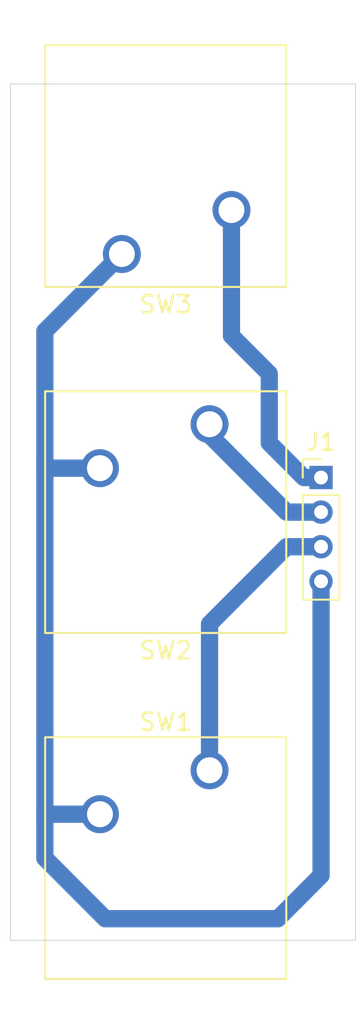
<source format=kicad_pcb>
(kicad_pcb (version 20240108) (generator "pcbnew") (generator_version "8.0")
  (layers (0 "F.Cu" signal) (31 "B.Cu" signal) (34 "B.Paste" user) (35 "F.Paste" user) (36 "B.SilkS" user "B.Silkscreen") (37 "F.SilkS" user "F.Silkscreen") (38 "B.Mask" user) (39 "F.Mask" user) (44 "Edge.Cuts" user))
  (net 0 "")
  (net 1 "Net-(J1-Pin_3)")
  (net 2 "Net-(J1-Pin_1)")
  (net 3 "+3.3V")
  (net 4 "Net-(J1-Pin_2)")
  (footprint "Button_Switch_Keyboard:SW_Cherry_MX_1.00u_Plate" (layer "F.Cu") (at 103.54 76.92)
    (property "Reference" "SW1" (at -2.54 -2.794 0) (layer "F.SilkS"))
    (property "Value" "SW_Push")
    (fp_line (start -9.525 -1.905) (end 4.445 -1.905) (stroke (width 0.12)) (layer "F.SilkS"))
    (fp_line (start -9.525 12.065) (end -9.525 -1.905) (stroke (width 0.12)) (layer "F.SilkS"))
    (fp_line (start 4.445 -1.905) (end 4.445 12.065) (stroke (width 0.12)) (layer "F.SilkS"))
    (fp_line (start 4.445 12.065) (end -9.525 12.065) (stroke (width 0.12)) (layer "F.SilkS"))
    (pad "" np_thru_hole circle (at -2.54 5.08) (size 4 4) (drill 4) (layers "*.Cu" "*.Mask"))
    (pad "1" thru_hole circle (at 0 0) (size 2.2 2.2) (drill 1.5) (layers "*.Cu" "*.Mask") (net 1 "Net-(J1-Pin_3)"))
    (pad "2" thru_hole circle (at -6.35 2.54) (size 2.2 2.2) (drill 1.5) (layers "*.Cu" "*.Mask") (net 3 "+3.3V"))
  )
  (footprint "Connector_PinHeader_2.00mm:PinHeader_1x04_P2.00mm_Vertical" (layer "F.Cu") (at 110 60)
    (property "Reference" "J1" (at 0 -2.06 0) (layer "F.SilkS"))
    (property "Value" "Conn_01x04_Pin" (hide yes))
    (fp_line (start -1.06 -1.06) (end 0 -1.06) (stroke (width 0.12)) (layer "F.SilkS"))
    (fp_line (start -1.06 0) (end -1.06 -1.06) (stroke (width 0.12)) (layer "F.SilkS"))
    (fp_line (start -1.06 1) (end -1.06 7.06) (stroke (width 0.12)) (layer "F.SilkS"))
    (fp_line (start -1.06 1) (end 1.06 1) (stroke (width 0.12)) (layer "F.SilkS"))
    (fp_line (start -1.06 7.06) (end 1.06 7.06) (stroke (width 0.12)) (layer "F.SilkS"))
    (fp_line (start 1.06 1) (end 1.06 7.06) (stroke (width 0.12)) (layer "F.SilkS"))
    (pad "1" thru_hole rect (at 0 0) (size 1.35 1.35) (drill 0.8) (layers "*.Cu" "*.Mask") (net 2 "Net-(J1-Pin_1)"))
    (pad "2" thru_hole oval (at 0 2) (size 1.35 1.35) (drill 0.8) (layers "*.Cu" "*.Mask") (net 4 "Net-(J1-Pin_2)"))
    (pad "3" thru_hole oval (at 0 4) (size 1.35 1.35) (drill 0.8) (layers "*.Cu" "*.Mask") (net 1 "Net-(J1-Pin_3)"))
    (pad "4" thru_hole oval (at 0 6) (size 1.35 1.35) (drill 0.8) (layers "*.Cu" "*.Mask") (net 3 "+3.3V"))
  )
  (footprint "Button_Switch_Keyboard:SW_Cherry_MX_1.00u_Plate" (layer "F.Cu") (at 98.46 47.08 180)
    (property "Reference" "SW3" (at -2.54 -2.92 180) (layer "F.SilkS"))
    (property "Value" "SW_Push")
    (fp_line (start 4.445 12.065) (end -9.525 12.065) (stroke (width 0.12)) (layer "F.SilkS"))
    (fp_line (start 4.445 -1.905) (end 4.445 12.065) (stroke (width 0.12)) (layer "F.SilkS"))
    (fp_line (start -9.525 12.065) (end -9.525 -1.905) (stroke (width 0.12)) (layer "F.SilkS"))
    (fp_line (start -9.525 -1.905) (end 4.445 -1.905) (stroke (width 0.12)) (layer "F.SilkS"))
    (pad "" np_thru_hole circle (at -2.54 5.08 180) (size 4 4) (drill 4) (layers "*.Cu" "*.Mask"))
    (pad "1" thru_hole circle (at 0 0 180) (size 2.2 2.2) (drill 1.5) (layers "*.Cu" "*.Mask") (net 3 "+3.3V"))
    (pad "2" thru_hole circle (at -6.35 2.54 180) (size 2.2 2.2) (drill 1.5) (layers "*.Cu" "*.Mask") (net 2 "Net-(J1-Pin_1)"))
  )
  (footprint "Button_Switch_Keyboard:SW_Cherry_MX_1.00u_Plate" (layer "F.Cu") (at 103.54 56.92)
    (property "Reference" "SW2" (at -2.54 13.08 0) (layer "F.SilkS"))
    (property "Value" "SW_Push")
    (fp_line (start -9.525 -1.905) (end 4.445 -1.905) (stroke (width 0.12)) (layer "F.SilkS"))
    (fp_line (start -9.525 12.065) (end -9.525 -1.905) (stroke (width 0.12)) (layer "F.SilkS"))
    (fp_line (start 4.445 -1.905) (end 4.445 12.065) (stroke (width 0.12)) (layer "F.SilkS"))
    (fp_line (start 4.445 12.065) (end -9.525 12.065) (stroke (width 0.12)) (layer "F.SilkS"))
    (pad "" np_thru_hole circle (at -2.54 5.08) (size 4 4) (drill 4) (layers "*.Cu" "*.Mask"))
    (pad "1" thru_hole circle (at 0 0) (size 2.2 2.2) (drill 1.5) (layers "*.Cu" "*.Mask") (net 4 "Net-(J1-Pin_2)"))
    (pad "2" thru_hole circle (at -6.35 2.54) (size 2.2 2.2) (drill 1.5) (layers "*.Cu" "*.Mask") (net 3 "+3.3V"))
  )
  (gr_rect (start 92 37.25) (end 112 86.75) (stroke (width 0.05)) (fill none) (layer "Edge.Cuts"))
  (segment (start 103.54 68.46) (end 103.54 76.92) (width 1) (layer "B.Cu") (net 1))
  (segment (start 108 64) (end 103.54 68.46) (width 1) (layer "B.Cu") (net 1))
  (segment (start 110 64) (end 108 64) (width 1) (layer "B.Cu") (net 1))
  (segment (start 107 54) (end 107 58) (width 1) (layer "B.Cu") (net 2))
  (segment (start 107 58) (end 109 60) (width 1) (layer "B.Cu") (net 2))
  (segment (start 104.81 44.54) (end 104.81 51.81) (width 1) (layer "B.Cu") (net 2))
  (segment (start 109 60) (end 110 60) (width 1) (layer "B.Cu") (net 2))
  (segment (start 104.81 51.81) (end 107 54) (width 1) (layer "B.Cu") (net 2))
  (segment (start 94 82) (end 94 80) (width 1) (layer "B.Cu") (net 3))
  (segment (start 94 80) (end 94 60) (width 1) (layer "B.Cu") (net 3))
  (segment (start 107.5 85.5) (end 97.5 85.5) (width 1) (layer "B.Cu") (net 3))
  (segment (start 110 83) (end 107.5 85.5) (width 1) (layer "B.Cu") (net 3))
  (segment (start 110 66) (end 110 83) (width 1) (layer "B.Cu") (net 3))
  (segment (start 97.19 59.46) (end 94 59.46) (width 1) (layer "B.Cu") (net 3))
  (segment (start 94 59.46) (end 94 59) (width 1) (layer "B.Cu") (net 3))
  (segment (start 94 60) (end 94 51.54) (width 1) (layer "B.Cu") (net 3))
  (segment (start 97.19 79.46) (end 94 79.46) (width 1) (layer "B.Cu") (net 3))
  (segment (start 97.5 85.5) (end 94 82) (width 1) (layer "B.Cu") (net 3))
  (segment (start 94 51.54) (end 98.46 47.08) (width 1) (layer "B.Cu") (net 3))
  (segment (start 94 79.46) (end 94 80) (width 1) (layer "B.Cu") (net 3))
  (segment (start 103.54 57.54) (end 103.54 56.92) (width 1) (layer "B.Cu") (net 4))
  (segment (start 110 62) (end 108 62) (width 1) (layer "B.Cu") (net 4))
  (segment (start 108 62) (end 103.54 57.54) (width 1) (layer "B.Cu") (net 4))
)
</source>
